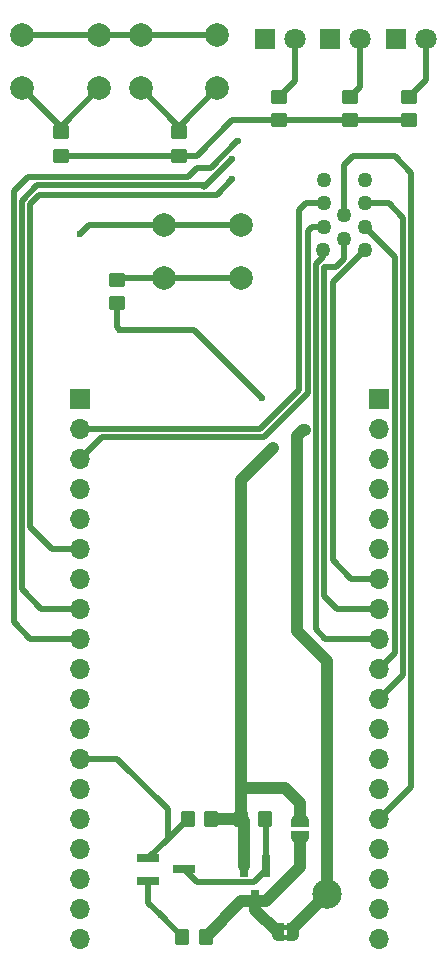
<source format=gtl>
G04 #@! TF.GenerationSoftware,KiCad,Pcbnew,(6.0.11)*
G04 #@! TF.CreationDate,2023-03-04T17:24:56+01:00*
G04 #@! TF.ProjectId,jig2,6a696732-2e6b-4696-9361-645f70636258,rev?*
G04 #@! TF.SameCoordinates,Original*
G04 #@! TF.FileFunction,Copper,L1,Top*
G04 #@! TF.FilePolarity,Positive*
%FSLAX46Y46*%
G04 Gerber Fmt 4.6, Leading zero omitted, Abs format (unit mm)*
G04 Created by KiCad (PCBNEW (6.0.11)) date 2023-03-04 17:24:56*
%MOMM*%
%LPD*%
G01*
G04 APERTURE LIST*
G04 Aperture macros list*
%AMRoundRect*
0 Rectangle with rounded corners*
0 $1 Rounding radius*
0 $2 $3 $4 $5 $6 $7 $8 $9 X,Y pos of 4 corners*
0 Add a 4 corners polygon primitive as box body*
4,1,4,$2,$3,$4,$5,$6,$7,$8,$9,$2,$3,0*
0 Add four circle primitives for the rounded corners*
1,1,$1+$1,$2,$3*
1,1,$1+$1,$4,$5*
1,1,$1+$1,$6,$7*
1,1,$1+$1,$8,$9*
0 Add four rect primitives between the rounded corners*
20,1,$1+$1,$2,$3,$4,$5,0*
20,1,$1+$1,$4,$5,$6,$7,0*
20,1,$1+$1,$6,$7,$8,$9,0*
20,1,$1+$1,$8,$9,$2,$3,0*%
%AMFreePoly0*
4,1,22,0.500000,-0.750000,0.000000,-0.750000,0.000000,-0.745033,-0.079941,-0.743568,-0.215256,-0.701293,-0.333266,-0.622738,-0.424486,-0.514219,-0.481581,-0.384460,-0.499164,-0.250000,-0.500000,-0.250000,-0.500000,0.250000,-0.499164,0.250000,-0.499963,0.256109,-0.478152,0.396186,-0.417904,0.524511,-0.324060,0.630769,-0.204165,0.706417,-0.067858,0.745374,0.000000,0.744959,0.000000,0.750000,
0.500000,0.750000,0.500000,-0.750000,0.500000,-0.750000,$1*%
%AMFreePoly1*
4,1,20,0.000000,0.744959,0.073905,0.744508,0.209726,0.703889,0.328688,0.626782,0.421226,0.519385,0.479903,0.390333,0.500000,0.250000,0.500000,-0.250000,0.499851,-0.262216,0.476331,-0.402017,0.414519,-0.529596,0.319384,-0.634700,0.198574,-0.708877,0.061801,-0.746166,0.000000,-0.745033,0.000000,-0.750000,-0.500000,-0.750000,-0.500000,0.750000,0.000000,0.750000,0.000000,0.744959,
0.000000,0.744959,$1*%
G04 Aperture macros list end*
G04 #@! TA.AperFunction,SMDPad,CuDef*
%ADD10FreePoly0,180.000000*%
G04 #@! TD*
G04 #@! TA.AperFunction,SMDPad,CuDef*
%ADD11FreePoly1,180.000000*%
G04 #@! TD*
G04 #@! TA.AperFunction,SMDPad,CuDef*
%ADD12RoundRect,0.250000X0.350000X0.450000X-0.350000X0.450000X-0.350000X-0.450000X0.350000X-0.450000X0*%
G04 #@! TD*
G04 #@! TA.AperFunction,SMDPad,CuDef*
%ADD13RoundRect,0.250000X-0.450000X0.350000X-0.450000X-0.350000X0.450000X-0.350000X0.450000X0.350000X0*%
G04 #@! TD*
G04 #@! TA.AperFunction,ComponentPad*
%ADD14C,2.000000*%
G04 #@! TD*
G04 #@! TA.AperFunction,ComponentPad*
%ADD15R,1.700000X1.700000*%
G04 #@! TD*
G04 #@! TA.AperFunction,ComponentPad*
%ADD16O,1.700000X1.700000*%
G04 #@! TD*
G04 #@! TA.AperFunction,SMDPad,CuDef*
%ADD17R,0.800000X1.900000*%
G04 #@! TD*
G04 #@! TA.AperFunction,ComponentPad*
%ADD18R,1.800000X1.800000*%
G04 #@! TD*
G04 #@! TA.AperFunction,ComponentPad*
%ADD19C,1.800000*%
G04 #@! TD*
G04 #@! TA.AperFunction,SMDPad,CuDef*
%ADD20RoundRect,0.250000X-0.350000X-0.450000X0.350000X-0.450000X0.350000X0.450000X-0.350000X0.450000X0*%
G04 #@! TD*
G04 #@! TA.AperFunction,SMDPad,CuDef*
%ADD21R,1.900000X0.800000*%
G04 #@! TD*
G04 #@! TA.AperFunction,SMDPad,CuDef*
%ADD22FreePoly0,90.000000*%
G04 #@! TD*
G04 #@! TA.AperFunction,SMDPad,CuDef*
%ADD23FreePoly1,90.000000*%
G04 #@! TD*
G04 #@! TA.AperFunction,ComponentPad*
%ADD24C,1.270000*%
G04 #@! TD*
G04 #@! TA.AperFunction,SMDPad,CuDef*
%ADD25C,2.500000*%
G04 #@! TD*
G04 #@! TA.AperFunction,ViaPad*
%ADD26C,0.600000*%
G04 #@! TD*
G04 #@! TA.AperFunction,Conductor*
%ADD27C,0.500000*%
G04 #@! TD*
G04 #@! TA.AperFunction,Conductor*
%ADD28C,1.000000*%
G04 #@! TD*
G04 APERTURE END LIST*
G36*
X25250000Y-81350000D02*
G01*
X24750000Y-81350000D01*
X24750000Y-80950000D01*
X25250000Y-80950000D01*
X25250000Y-81350000D01*
G37*
G36*
X25250000Y-80550000D02*
G01*
X24750000Y-80550000D01*
X24750000Y-80150000D01*
X25250000Y-80150000D01*
X25250000Y-80550000D01*
G37*
D10*
X25650000Y-80750000D03*
D11*
X24350000Y-80750000D03*
D12*
X18250000Y-81120000D03*
X16250000Y-81120000D03*
D13*
X6000000Y-13000000D03*
X6000000Y-15000000D03*
D14*
X9250000Y-4765564D03*
X2750000Y-4765564D03*
X2750000Y-9265564D03*
X9250000Y-9265564D03*
D15*
X7620000Y-35560000D03*
D16*
X7620000Y-38100000D03*
X7620000Y-40640000D03*
X7620000Y-43180000D03*
X7620000Y-45720000D03*
X7620000Y-48260000D03*
X7620000Y-50800000D03*
X7620000Y-53340000D03*
X7620000Y-55880000D03*
X7620000Y-58420000D03*
X7620000Y-60960000D03*
X7620000Y-63500000D03*
X7620000Y-66040000D03*
X7620000Y-68580000D03*
X7620000Y-71120000D03*
X7620000Y-73660000D03*
X7620000Y-76200000D03*
X7620000Y-78740000D03*
X7620000Y-81280000D03*
D17*
X23380000Y-75120000D03*
X21480000Y-75120000D03*
X22430000Y-78120000D03*
D13*
X35500000Y-10000000D03*
X35500000Y-12000000D03*
X30500000Y-10000000D03*
X30500000Y-12000000D03*
X16000000Y-13000000D03*
X16000000Y-15000000D03*
D18*
X23290000Y-5080000D03*
D19*
X25830000Y-5080000D03*
D20*
X21250000Y-71120000D03*
X23250000Y-71120000D03*
D15*
X32975000Y-35570000D03*
D16*
X32975000Y-38110000D03*
X32975000Y-40650000D03*
X32975000Y-43190000D03*
X32975000Y-45730000D03*
X32975000Y-48270000D03*
X32975000Y-50810000D03*
X32975000Y-53350000D03*
X32975000Y-55890000D03*
X32975000Y-58430000D03*
X32975000Y-60970000D03*
X32975000Y-63510000D03*
X32975000Y-66050000D03*
X32975000Y-68590000D03*
X32975000Y-71130000D03*
X32975000Y-73670000D03*
X32975000Y-76210000D03*
X32975000Y-78750000D03*
X32975000Y-81290000D03*
D21*
X13400000Y-74470000D03*
X13400000Y-76370000D03*
X16400000Y-75420000D03*
D13*
X24500000Y-10000000D03*
X24500000Y-12000000D03*
D22*
X26250000Y-72650000D03*
D23*
X26250000Y-71350000D03*
D24*
X28256000Y-17005000D03*
X28256000Y-19005000D03*
X28256000Y-21005000D03*
X28206000Y-23005000D03*
X30006000Y-20005000D03*
X30006000Y-22005000D03*
X31756000Y-17005000D03*
X31756000Y-19005000D03*
X31756000Y-21005000D03*
X31756000Y-23005000D03*
D25*
X28500000Y-77500000D03*
D18*
X28830000Y-5080000D03*
D19*
X31370000Y-5080000D03*
D13*
X10750000Y-25500000D03*
X10750000Y-27500000D03*
D14*
X19250000Y-4765564D03*
X12750000Y-4765564D03*
X19250000Y-9265564D03*
X12750000Y-9265564D03*
D18*
X34370000Y-5080000D03*
D19*
X36910000Y-5080000D03*
D12*
X18750000Y-71120000D03*
X16750000Y-71120000D03*
D14*
X14750000Y-20820000D03*
X21250000Y-20820000D03*
X14750000Y-25320000D03*
X21250000Y-25320000D03*
D26*
X23000000Y-35500000D03*
X24000000Y-39700000D03*
X11000000Y-29750000D03*
X11500000Y-15000000D03*
X14440000Y-79310000D03*
X7620000Y-21620000D03*
X20500000Y-17000000D03*
X20500000Y-15250000D03*
X21000000Y-13750000D03*
X26750000Y-38250000D03*
D27*
X34975000Y-20225000D02*
X33755000Y-19005000D01*
X33755000Y-19005000D02*
X31756000Y-19005000D01*
X34975000Y-58970000D02*
X34975000Y-20225000D01*
X32975000Y-60970000D02*
X34975000Y-58970000D01*
X25830000Y-8670000D02*
X24500000Y-10000000D01*
X25830000Y-5080000D02*
X25830000Y-8670000D01*
X30671000Y-24090000D02*
X31756000Y-23005000D01*
X29050000Y-49200000D02*
X29050000Y-25700000D01*
X30660000Y-24090000D02*
X30671000Y-24090000D01*
X29000000Y-49250000D02*
X29050000Y-49200000D01*
X29050000Y-25700000D02*
X30660000Y-24090000D01*
X32975000Y-50810000D02*
X30560000Y-50810000D01*
X30560000Y-50810000D02*
X29000000Y-49250000D01*
X31370000Y-9130000D02*
X30500000Y-10000000D01*
X31370000Y-5080000D02*
X31370000Y-9130000D01*
X28300000Y-24450000D02*
X29300000Y-24450000D01*
X32975000Y-53350000D02*
X29350000Y-53350000D01*
X30006000Y-23244000D02*
X30006000Y-22005000D01*
X29300000Y-24450000D02*
X30000000Y-23750000D01*
X30000000Y-23250000D02*
X30006000Y-23244000D01*
X29350000Y-53350000D02*
X28300000Y-52300000D01*
X28300000Y-52300000D02*
X28300000Y-24450000D01*
X30000000Y-23750000D02*
X30000000Y-23250000D01*
X36910000Y-8590000D02*
X35500000Y-10000000D01*
X36910000Y-5080000D02*
X36910000Y-8590000D01*
X17500000Y-15000000D02*
X16000000Y-15000000D01*
D28*
X21480000Y-75120000D02*
X21480000Y-71350000D01*
X26250000Y-69750000D02*
X26250000Y-71350000D01*
X21250000Y-68500000D02*
X25000000Y-68500000D01*
D27*
X24500000Y-12000000D02*
X20500000Y-12000000D01*
X10750000Y-27500000D02*
X10750000Y-29500000D01*
X20500000Y-12000000D02*
X17500000Y-15000000D01*
X11000000Y-29750000D02*
X17250000Y-29750000D01*
D28*
X21480000Y-71350000D02*
X21250000Y-71120000D01*
D27*
X17250000Y-29750000D02*
X23000000Y-35500000D01*
X35500000Y-12000000D02*
X30500000Y-12000000D01*
D28*
X25000000Y-68500000D02*
X26250000Y-69750000D01*
X21250000Y-42450000D02*
X21250000Y-68500000D01*
X21250000Y-71120000D02*
X18750000Y-71120000D01*
D27*
X6000000Y-15000000D02*
X11500000Y-15000000D01*
D28*
X24000000Y-39700000D02*
X21250000Y-42450000D01*
D27*
X10750000Y-29500000D02*
X11000000Y-29750000D01*
D28*
X21250000Y-68500000D02*
X21250000Y-71120000D01*
D27*
X13000000Y-15000000D02*
X16000000Y-15000000D01*
X30500000Y-12000000D02*
X24500000Y-12000000D01*
X11500000Y-15000000D02*
X13000000Y-15000000D01*
X16000000Y-12515564D02*
X16000000Y-13000000D01*
X12750000Y-9265564D02*
X16000000Y-12515564D01*
X19250000Y-9265564D02*
X16000000Y-12515564D01*
X6000000Y-12515564D02*
X6000000Y-13000000D01*
X2750000Y-9265564D02*
X6000000Y-12515564D01*
X9250000Y-9265564D02*
X6000000Y-12515564D01*
X14750000Y-25320000D02*
X11320000Y-25320000D01*
X21250000Y-25320000D02*
X14750000Y-25320000D01*
X28206000Y-23005000D02*
X28206000Y-23544000D01*
X27600000Y-55100000D02*
X28390000Y-55890000D01*
X28390000Y-55890000D02*
X32975000Y-55890000D01*
X27600000Y-24150000D02*
X27600000Y-55100000D01*
X28206000Y-23544000D02*
X27600000Y-24150000D01*
X34275000Y-57130000D02*
X34275000Y-23524000D01*
X32975000Y-58430000D02*
X34275000Y-57130000D01*
X34275000Y-23524000D02*
X31756000Y-21005000D01*
X13400000Y-78270000D02*
X13400000Y-76370000D01*
X8420000Y-20820000D02*
X7620000Y-21620000D01*
X9250000Y-4765564D02*
X2750000Y-4765564D01*
X16250000Y-81120000D02*
X14440000Y-79310000D01*
X14750000Y-20820000D02*
X8420000Y-20820000D01*
X12750000Y-4765564D02*
X9250000Y-4765564D01*
X14440000Y-79310000D02*
X13400000Y-78270000D01*
X14750000Y-20820000D02*
X21250000Y-20820000D01*
X19250000Y-4765564D02*
X12750000Y-4765564D01*
X30006000Y-20005000D02*
X30006000Y-15744000D01*
X35675000Y-16425000D02*
X35675000Y-68430000D01*
X34250000Y-15000000D02*
X35675000Y-16425000D01*
X30006000Y-15744000D02*
X30750000Y-15000000D01*
X35675000Y-68430000D02*
X32975000Y-71130000D01*
X30750000Y-15000000D02*
X34250000Y-15000000D01*
X26200000Y-34800000D02*
X26200000Y-19550000D01*
X26745000Y-19005000D02*
X28256000Y-19005000D01*
X26200000Y-19550000D02*
X26745000Y-19005000D01*
X22900000Y-38100000D02*
X26200000Y-34800000D01*
X7620000Y-38100000D02*
X22900000Y-38100000D01*
X9460000Y-38800000D02*
X7620000Y-40640000D01*
X26900000Y-35100000D02*
X23200000Y-38800000D01*
X27245000Y-21005000D02*
X26900000Y-21350000D01*
X28256000Y-21005000D02*
X27245000Y-21005000D01*
X26900000Y-21350000D02*
X26900000Y-35100000D01*
X23200000Y-38800000D02*
X9460000Y-38800000D01*
X3400000Y-19089950D02*
X3400000Y-46400000D01*
X4169975Y-18319975D02*
X3400000Y-19089950D01*
X3400000Y-46400000D02*
X5260000Y-48260000D01*
X20500000Y-17000000D02*
X19180025Y-18319975D01*
X5260000Y-48260000D02*
X7620000Y-48260000D01*
X19180025Y-18319975D02*
X4169975Y-18319975D01*
X2700000Y-51700000D02*
X4340000Y-53340000D01*
X2700000Y-18800000D02*
X2700000Y-51700000D01*
X18130025Y-17619975D02*
X18010050Y-17500000D01*
X20500000Y-15250000D02*
X18130025Y-17619975D01*
X4000000Y-17500000D02*
X2700000Y-18800000D01*
X18010050Y-17500000D02*
X4000000Y-17500000D01*
X4340000Y-53340000D02*
X7620000Y-53340000D01*
X3380000Y-55880000D02*
X7620000Y-55880000D01*
X17519390Y-16000000D02*
X16769390Y-16750000D01*
X20939339Y-13750000D02*
X18689339Y-16000000D01*
X16769390Y-16750000D02*
X3250000Y-16750000D01*
X3250000Y-16750000D02*
X2000000Y-18000000D01*
X21000000Y-13750000D02*
X20939339Y-13750000D01*
X2000000Y-18000000D02*
X2000000Y-54500000D01*
X2000000Y-54500000D02*
X3380000Y-55880000D01*
X18689339Y-16000000D02*
X17519390Y-16000000D01*
X15060000Y-70310000D02*
X10790000Y-66040000D01*
X10790000Y-66040000D02*
X7620000Y-66040000D01*
X16750000Y-71120000D02*
X15060000Y-72810000D01*
X15060000Y-72810000D02*
X13400000Y-74470000D01*
X15060000Y-72810000D02*
X15060000Y-70310000D01*
X23380000Y-75120000D02*
X23380000Y-71250000D01*
X23380000Y-75120000D02*
X23380000Y-75470000D01*
X23380000Y-71250000D02*
X23250000Y-71120000D01*
X22330000Y-76520000D02*
X17500000Y-76520000D01*
X23380000Y-75470000D02*
X22330000Y-76520000D01*
X17500000Y-76520000D02*
X16400000Y-75420000D01*
D28*
X26000000Y-55250000D02*
X26000000Y-38750000D01*
X28500000Y-77500000D02*
X28500000Y-57750000D01*
X25650000Y-80350000D02*
X28500000Y-77500000D01*
X28500000Y-57750000D02*
X26000000Y-55250000D01*
X26000000Y-38750000D02*
X26500000Y-38250000D01*
X25650000Y-80750000D02*
X25650000Y-80350000D01*
X26500000Y-38250000D02*
X26650000Y-38250000D01*
X21250000Y-78120000D02*
X18250000Y-81120000D01*
X23380000Y-78120000D02*
X22430000Y-78120000D01*
X26250000Y-72650000D02*
X26250000Y-75250000D01*
X22430000Y-78830000D02*
X24350000Y-80750000D01*
X22430000Y-78120000D02*
X21250000Y-78120000D01*
X22430000Y-78120000D02*
X22430000Y-78830000D01*
X26250000Y-75250000D02*
X23380000Y-78120000D01*
M02*

</source>
